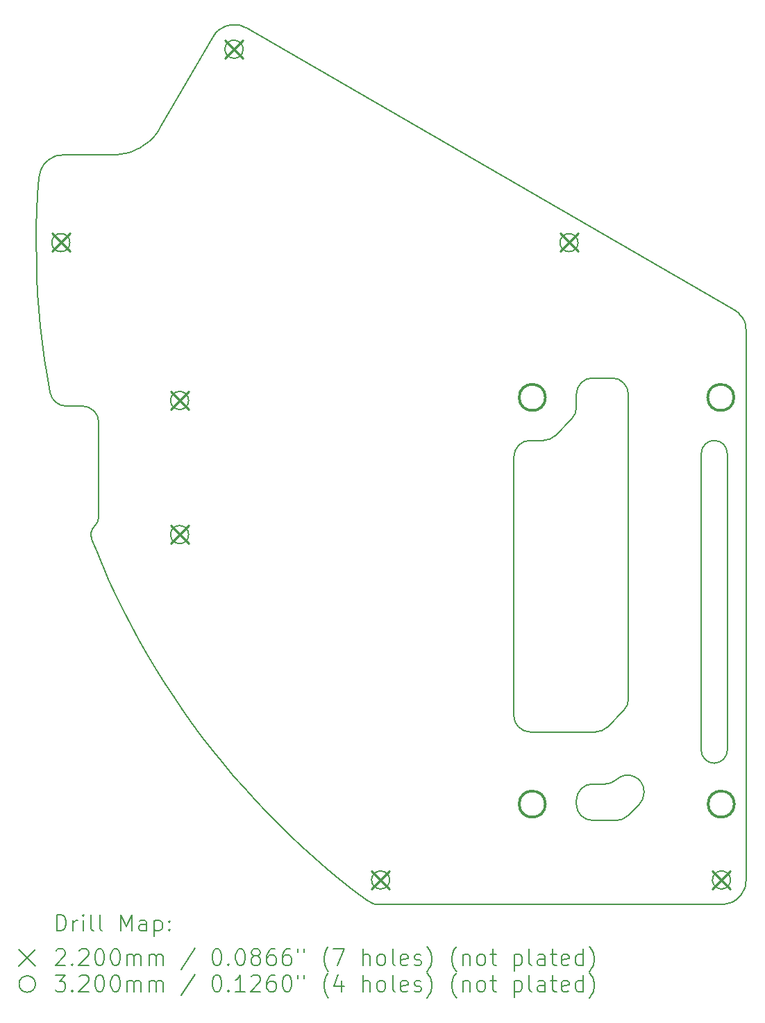
<source format=gbr>
%TF.GenerationSoftware,KiCad,Pcbnew,7.0.9*%
%TF.CreationDate,2024-01-11T17:42:49+09:00*%
%TF.ProjectId,MainBoard,4d61696e-426f-4617-9264-2e6b69636164,rev?*%
%TF.SameCoordinates,Original*%
%TF.FileFunction,Drillmap*%
%TF.FilePolarity,Positive*%
%FSLAX45Y45*%
G04 Gerber Fmt 4.5, Leading zero omitted, Abs format (unit mm)*
G04 Created by KiCad (PCBNEW 7.0.9) date 2024-01-11 17:42:49*
%MOMM*%
%LPD*%
G01*
G04 APERTURE LIST*
%ADD10C,0.200000*%
%ADD11C,0.220000*%
%ADD12C,0.320000*%
G04 APERTURE END LIST*
D10*
X18713862Y-13907911D02*
X18425204Y-13907911D01*
X19749199Y-13050711D02*
G75*
G03*
X19907904Y-13209411I158701J1D01*
G01*
X11657871Y-7478246D02*
X11672394Y-7679567D01*
X12529347Y-10984893D02*
X12614469Y-11167911D01*
X11683434Y-5999143D02*
X11674875Y-6032460D01*
X14448410Y-13809207D02*
X14590145Y-13952916D01*
X20263389Y-7797788D02*
X20245946Y-7767575D01*
X19907904Y-9272414D02*
G75*
G03*
X19749204Y-9431111I-4J-158696D01*
G01*
X20028889Y-14932480D02*
X20062056Y-14926845D01*
X14073944Y-4201635D02*
X14040308Y-4201006D01*
X12621334Y-5788436D02*
X12570891Y-5790324D01*
X20066699Y-9431111D02*
G75*
G03*
X19908004Y-9272411I-158699J1D01*
G01*
X12991354Y-11881694D02*
X13094483Y-12055204D01*
X11641027Y-7074928D02*
X11647414Y-7276672D01*
X20287778Y-14701126D02*
X20293413Y-14667960D01*
X12671495Y-5782783D02*
X12621334Y-5788436D01*
X13030007Y-5610132D02*
X12991746Y-5643059D01*
X20062056Y-14926845D02*
X20094383Y-14917532D01*
X15806719Y-14932660D02*
X15838704Y-14934370D01*
X18425204Y-8510411D02*
X18660204Y-8510411D01*
X13855842Y-4273400D02*
X13831612Y-4296739D01*
X17966283Y-9213832D02*
X18166626Y-9013489D01*
X20249317Y-14793979D02*
X20265590Y-14764535D01*
X18459862Y-12828411D02*
X17663204Y-12828411D01*
X18136543Y-6969409D02*
G75*
G03*
X18136543Y-6749411I238J109999D01*
G01*
X18801626Y-12569489D02*
X18601283Y-12769832D01*
X14201527Y-4240981D02*
X14171491Y-4225827D01*
X13784786Y-13049400D02*
X13911321Y-13206658D01*
X20094383Y-14917532D02*
X20125464Y-14904658D01*
X12048704Y-6859411D02*
G75*
G03*
X12048704Y-6859411I-110000J0D01*
G01*
X12908390Y-5699889D02*
X12863762Y-5723476D01*
X12863762Y-5723476D02*
X12817496Y-5743662D01*
X20287213Y-7863242D02*
X20277207Y-7829821D01*
X13810148Y-4322643D02*
X13791719Y-4350788D01*
X19050699Y-13555777D02*
G75*
G03*
X18714211Y-13409594I-199999J-3D01*
G01*
X11934900Y-5792300D02*
X11901009Y-5798189D01*
X13911347Y-4235559D02*
X13882532Y-4252921D01*
X13973881Y-4211018D02*
X13941925Y-4221533D01*
X12817496Y-5743662D02*
X12769851Y-5760334D01*
X14590145Y-13952916D02*
X14734753Y-14093735D01*
X13941925Y-4221533D02*
X13911347Y-4235559D01*
X20125464Y-14904658D02*
X20154909Y-14888385D01*
X11807987Y-8690995D02*
G75*
G03*
X12004265Y-8852611I196283J38385D01*
G01*
X11638714Y-6873097D02*
X11641027Y-7074928D01*
X11868016Y-5807920D02*
X11836353Y-5821364D01*
X13496504Y-10420491D02*
G75*
G03*
X13496504Y-10420491I-110000J0D01*
G01*
X17463199Y-12628411D02*
G75*
G03*
X17663204Y-12828411I200001J1D01*
G01*
X12400705Y-9052611D02*
X12400705Y-10203553D01*
X15838704Y-14934370D02*
X19995300Y-14934370D01*
X14171491Y-4225827D02*
X14139950Y-4214124D01*
X15775098Y-14927550D02*
X15806719Y-14932660D01*
X18801628Y-12569491D02*
G75*
G03*
X18860204Y-12428068I-141428J141421D01*
G01*
X15340703Y-14626983D02*
X15498762Y-14752516D01*
X20147964Y-8749171D02*
G75*
G03*
X20147964Y-8749171I-160000J0D01*
G01*
X18225199Y-13707911D02*
G75*
G03*
X18425204Y-13907911I200001J1D01*
G01*
X15840134Y-14524379D02*
G75*
G03*
X15836175Y-14744341I-2534J-109971D01*
G01*
X20201172Y-7714215D02*
X20174447Y-7691790D01*
X19050704Y-13555777D02*
X19050704Y-13571068D01*
X18860199Y-8710411D02*
G75*
G03*
X18660204Y-8510411I-199999J1D01*
G01*
X17849264Y-8749171D02*
G75*
G03*
X17849264Y-8749171I-160000J0D01*
G01*
X13831612Y-4296739D02*
X13810148Y-4322643D01*
X20277207Y-7829821D02*
X20263389Y-7797788D01*
X18136543Y-6749410D02*
G75*
G03*
X18136543Y-6969410I-243J-110000D01*
G01*
X12721093Y-5773399D02*
X12671495Y-5782783D01*
X11753393Y-5881975D02*
X11730961Y-5908054D01*
X13882532Y-4252921D02*
X13855842Y-4273400D01*
X13098627Y-5536179D02*
X13065701Y-5574439D01*
X14040308Y-4201006D02*
X14006814Y-4204147D01*
X11670186Y-6066537D02*
X11656214Y-6267898D01*
X11901009Y-5798189D02*
X11868016Y-5807920D01*
X11836353Y-5821364D02*
X11806438Y-5838343D01*
X13496504Y-8784731D02*
G75*
G03*
X13496504Y-8784731I-110000J0D01*
G01*
X13661451Y-12889620D02*
X13784786Y-13049400D01*
X20229849Y-14821416D02*
X20249317Y-14793979D01*
X20293413Y-14667960D02*
X20295300Y-14634370D01*
X11740295Y-8281199D02*
X11771008Y-8480694D01*
X15685983Y-14892588D02*
X15714384Y-14907399D01*
X11711662Y-5936528D02*
X11695750Y-5967025D01*
X19987813Y-14524625D02*
G75*
G03*
X20003071Y-14744096I7487J-109745D01*
G01*
X20295300Y-7932427D02*
X20293271Y-7897599D01*
X17663204Y-9272414D02*
G75*
G03*
X17463204Y-9472411I-4J-199996D01*
G01*
X19749204Y-13050711D02*
X19749204Y-9431111D01*
X14882173Y-14231607D02*
X15032345Y-14366475D01*
X12891749Y-11706138D02*
X12991354Y-11881694D01*
X12353386Y-10312898D02*
G75*
G03*
X12400705Y-10203553I-102686J109348D01*
G01*
X12353384Y-10312895D02*
G75*
G03*
X12316481Y-10477155I102686J-109345D01*
G01*
X17663204Y-9272411D02*
X17824862Y-9272411D01*
X14107298Y-4206026D02*
X14073944Y-4201635D01*
X12447936Y-10800195D02*
X12529347Y-10984893D01*
X14309604Y-13662666D02*
X14448410Y-13809207D01*
X15659323Y-14874833D02*
X15685983Y-14892588D01*
X20182346Y-14868918D02*
X20207431Y-14846501D01*
X19907904Y-9272411D02*
X19908004Y-9272411D01*
X11640475Y-6671260D02*
X11638714Y-6873097D01*
X11969242Y-5790324D02*
X11934900Y-5792300D01*
X17463204Y-12628411D02*
X17463204Y-9472411D01*
X11690978Y-7880554D02*
X11713614Y-8081126D01*
X19908004Y-13209414D02*
G75*
G03*
X20066704Y-13050711I-4J158704D01*
G01*
X18713862Y-13907912D02*
G75*
G03*
X18855283Y-13849332I-2J200002D01*
G01*
X11672394Y-7679567D02*
X11690978Y-7880554D01*
X13541365Y-12727383D02*
X13661451Y-12889620D01*
X11647414Y-7276672D02*
X11657871Y-7478246D01*
X13128602Y-5495565D02*
X13098627Y-5536179D01*
X20207431Y-14846501D02*
X20229849Y-14821416D01*
X14139950Y-4214124D02*
X14107298Y-4206026D01*
X12614469Y-11167911D02*
X12703268Y-11349174D01*
X11771008Y-8480694D02*
X11805741Y-8679528D01*
X13155458Y-5452824D02*
X13128602Y-5495565D01*
X15185209Y-14498285D02*
X15340703Y-14626983D01*
X19908004Y-13209411D02*
X19907904Y-13209411D01*
X13791719Y-4350788D02*
X13155458Y-5452824D01*
X14001431Y-4598719D02*
G75*
G03*
X14099540Y-4401820I50099J97929D01*
G01*
X18166628Y-9013491D02*
G75*
G03*
X18225204Y-8872068I-141428J141421D01*
G01*
X19995300Y-14934370D02*
X20028889Y-14932480D01*
X12400699Y-9052611D02*
G75*
G03*
X12200705Y-8852611I-199999J1D01*
G01*
X20225113Y-7739591D02*
X20201172Y-7714215D01*
X12316480Y-10477155D02*
X12370270Y-10613891D01*
X11695750Y-5967025D02*
X11683434Y-5999143D01*
X11674875Y-6032460D02*
X11670186Y-6066537D01*
X14041005Y-13361331D02*
X14173784Y-13513354D01*
X12991746Y-5643059D02*
X12951132Y-5673033D01*
X13911321Y-13206658D02*
X14041005Y-13361331D01*
X13311139Y-12395805D02*
X13424579Y-12562756D01*
X11730961Y-5908054D02*
X11711662Y-5936528D01*
X18577717Y-13463409D02*
G75*
G03*
X18714211Y-13409594I3J199999D01*
G01*
X18225204Y-13707911D02*
X18225204Y-13663411D01*
X11656214Y-6267898D02*
X11646309Y-6469499D01*
X15498762Y-14752516D02*
X15659323Y-14874833D01*
X14006814Y-4204147D02*
X13973881Y-4211018D01*
X12370270Y-10613891D02*
X12447936Y-10800195D01*
X20174447Y-7691790D02*
X20145300Y-7672619D01*
X13201092Y-12226598D02*
X13311139Y-12395805D01*
X11713614Y-8081126D02*
X11740295Y-8281199D01*
X18992126Y-13712489D02*
X18855283Y-13849332D01*
X18425204Y-8510414D02*
G75*
G03*
X18225204Y-8710411I-4J-199996D01*
G01*
X13424579Y-12562756D02*
X13541365Y-12727383D01*
X12703268Y-11349174D02*
X12795707Y-11528607D01*
X12004265Y-8852611D02*
X12200705Y-8852611D01*
X20153044Y-13709791D02*
G75*
G03*
X20153044Y-13709791I-160000J0D01*
G01*
X13065701Y-5574439D02*
X13030007Y-5610132D01*
X18459862Y-12828412D02*
G75*
G03*
X18601283Y-12769832I-2J200002D01*
G01*
X14173784Y-13513354D02*
X14309604Y-13662666D01*
X20245946Y-7767575D02*
X20225113Y-7739591D01*
X11778662Y-5858636D02*
X11753393Y-5881975D01*
X20066704Y-9431111D02*
X20066704Y-13050711D01*
X17824862Y-9272412D02*
G75*
G03*
X17966283Y-9213832I-2J200002D01*
G01*
X18992128Y-13712491D02*
G75*
G03*
X19050704Y-13571068I-141428J141421D01*
G01*
X18425204Y-13463411D02*
X18577717Y-13463411D01*
X15744203Y-14919097D02*
X15775098Y-14927550D01*
X20293271Y-7897599D02*
X20287213Y-7863242D01*
X20265590Y-14764535D02*
X20278465Y-14733454D01*
X14099539Y-4401822D02*
G75*
G03*
X14001431Y-4598719I-50099J-97928D01*
G01*
X13094483Y-12055204D02*
X13201092Y-12226598D01*
X18425204Y-13463414D02*
G75*
G03*
X18225204Y-13663411I-4J-199996D01*
G01*
X20003071Y-14744093D02*
G75*
G03*
X19987813Y-14524626I-7491J109744D01*
G01*
X12795707Y-11528607D02*
X12891749Y-11706138D01*
X20278465Y-14733454D02*
X20287778Y-14701126D01*
X15836175Y-14744340D02*
G75*
G03*
X15840134Y-14524380I2525J109971D01*
G01*
X12769851Y-5760334D02*
X12721093Y-5773399D01*
X14734753Y-14093735D02*
X14882173Y-14231607D01*
X20154909Y-14888385D02*
X20182346Y-14868918D01*
X12951132Y-5673033D02*
X12908390Y-5699889D01*
X12570891Y-5790324D02*
X11969242Y-5790324D01*
X20295300Y-14634370D02*
X20295300Y-7932427D01*
X15714384Y-14907399D02*
X15744203Y-14919097D01*
X20145300Y-7672619D02*
X14201527Y-4240981D01*
X18860204Y-8710411D02*
X18860204Y-12428068D01*
X11805741Y-8679528D02*
X11807983Y-8690996D01*
X15032345Y-14366475D02*
X15185209Y-14498285D01*
X11806438Y-5838343D02*
X11778662Y-5858636D01*
X18225204Y-8872068D02*
X18225204Y-8710411D01*
X11646309Y-6469499D02*
X11640475Y-6671260D01*
X17849264Y-13709791D02*
G75*
G03*
X17849264Y-13709791I-160000J0D01*
G01*
D11*
X11828000Y-6748000D02*
X12048000Y-6968000D01*
X12048000Y-6748000D02*
X11828000Y-6968000D01*
X13275800Y-8673320D02*
X13495800Y-8893320D01*
X13495800Y-8673320D02*
X13275800Y-8893320D01*
X13275800Y-10309080D02*
X13495800Y-10529080D01*
X13495800Y-10309080D02*
X13275800Y-10529080D01*
X13938740Y-4388340D02*
X14158740Y-4608340D01*
X14158740Y-4388340D02*
X13938740Y-4608340D01*
X15726900Y-14522940D02*
X15946900Y-14742940D01*
X15946900Y-14522940D02*
X15726900Y-14742940D01*
X18025600Y-6748000D02*
X18245600Y-6968000D01*
X18245600Y-6748000D02*
X18025600Y-6968000D01*
X19884880Y-14522940D02*
X20104880Y-14742940D01*
X20104880Y-14522940D02*
X19884880Y-14742940D01*
D12*
X17848560Y-8747760D02*
G75*
G03*
X17848560Y-8747760I-160000J0D01*
G01*
X17848560Y-13708380D02*
G75*
G03*
X17848560Y-13708380I-160000J0D01*
G01*
X20147260Y-8747760D02*
G75*
G03*
X20147260Y-8747760I-160000J0D01*
G01*
X20152340Y-13708380D02*
G75*
G03*
X20152340Y-13708380I-160000J0D01*
G01*
D10*
X11889491Y-15255854D02*
X11889491Y-15055854D01*
X11889491Y-15055854D02*
X11937110Y-15055854D01*
X11937110Y-15055854D02*
X11965681Y-15065378D01*
X11965681Y-15065378D02*
X11984729Y-15084426D01*
X11984729Y-15084426D02*
X11994252Y-15103473D01*
X11994252Y-15103473D02*
X12003776Y-15141568D01*
X12003776Y-15141568D02*
X12003776Y-15170140D01*
X12003776Y-15170140D02*
X11994252Y-15208235D01*
X11994252Y-15208235D02*
X11984729Y-15227283D01*
X11984729Y-15227283D02*
X11965681Y-15246330D01*
X11965681Y-15246330D02*
X11937110Y-15255854D01*
X11937110Y-15255854D02*
X11889491Y-15255854D01*
X12089491Y-15255854D02*
X12089491Y-15122521D01*
X12089491Y-15160616D02*
X12099014Y-15141568D01*
X12099014Y-15141568D02*
X12108538Y-15132045D01*
X12108538Y-15132045D02*
X12127586Y-15122521D01*
X12127586Y-15122521D02*
X12146633Y-15122521D01*
X12213300Y-15255854D02*
X12213300Y-15122521D01*
X12213300Y-15055854D02*
X12203776Y-15065378D01*
X12203776Y-15065378D02*
X12213300Y-15074902D01*
X12213300Y-15074902D02*
X12222824Y-15065378D01*
X12222824Y-15065378D02*
X12213300Y-15055854D01*
X12213300Y-15055854D02*
X12213300Y-15074902D01*
X12337110Y-15255854D02*
X12318062Y-15246330D01*
X12318062Y-15246330D02*
X12308538Y-15227283D01*
X12308538Y-15227283D02*
X12308538Y-15055854D01*
X12441871Y-15255854D02*
X12422824Y-15246330D01*
X12422824Y-15246330D02*
X12413300Y-15227283D01*
X12413300Y-15227283D02*
X12413300Y-15055854D01*
X12670443Y-15255854D02*
X12670443Y-15055854D01*
X12670443Y-15055854D02*
X12737110Y-15198711D01*
X12737110Y-15198711D02*
X12803776Y-15055854D01*
X12803776Y-15055854D02*
X12803776Y-15255854D01*
X12984729Y-15255854D02*
X12984729Y-15151092D01*
X12984729Y-15151092D02*
X12975205Y-15132045D01*
X12975205Y-15132045D02*
X12956157Y-15122521D01*
X12956157Y-15122521D02*
X12918062Y-15122521D01*
X12918062Y-15122521D02*
X12899014Y-15132045D01*
X12984729Y-15246330D02*
X12965681Y-15255854D01*
X12965681Y-15255854D02*
X12918062Y-15255854D01*
X12918062Y-15255854D02*
X12899014Y-15246330D01*
X12899014Y-15246330D02*
X12889491Y-15227283D01*
X12889491Y-15227283D02*
X12889491Y-15208235D01*
X12889491Y-15208235D02*
X12899014Y-15189188D01*
X12899014Y-15189188D02*
X12918062Y-15179664D01*
X12918062Y-15179664D02*
X12965681Y-15179664D01*
X12965681Y-15179664D02*
X12984729Y-15170140D01*
X13079967Y-15122521D02*
X13079967Y-15322521D01*
X13079967Y-15132045D02*
X13099014Y-15122521D01*
X13099014Y-15122521D02*
X13137110Y-15122521D01*
X13137110Y-15122521D02*
X13156157Y-15132045D01*
X13156157Y-15132045D02*
X13165681Y-15141568D01*
X13165681Y-15141568D02*
X13175205Y-15160616D01*
X13175205Y-15160616D02*
X13175205Y-15217759D01*
X13175205Y-15217759D02*
X13165681Y-15236807D01*
X13165681Y-15236807D02*
X13156157Y-15246330D01*
X13156157Y-15246330D02*
X13137110Y-15255854D01*
X13137110Y-15255854D02*
X13099014Y-15255854D01*
X13099014Y-15255854D02*
X13079967Y-15246330D01*
X13260919Y-15236807D02*
X13270443Y-15246330D01*
X13270443Y-15246330D02*
X13260919Y-15255854D01*
X13260919Y-15255854D02*
X13251395Y-15246330D01*
X13251395Y-15246330D02*
X13260919Y-15236807D01*
X13260919Y-15236807D02*
X13260919Y-15255854D01*
X13260919Y-15132045D02*
X13270443Y-15141568D01*
X13270443Y-15141568D02*
X13260919Y-15151092D01*
X13260919Y-15151092D02*
X13251395Y-15141568D01*
X13251395Y-15141568D02*
X13260919Y-15132045D01*
X13260919Y-15132045D02*
X13260919Y-15151092D01*
X11428714Y-15484370D02*
X11628714Y-15684370D01*
X11628714Y-15484370D02*
X11428714Y-15684370D01*
X11879967Y-15494902D02*
X11889491Y-15485378D01*
X11889491Y-15485378D02*
X11908538Y-15475854D01*
X11908538Y-15475854D02*
X11956157Y-15475854D01*
X11956157Y-15475854D02*
X11975205Y-15485378D01*
X11975205Y-15485378D02*
X11984729Y-15494902D01*
X11984729Y-15494902D02*
X11994252Y-15513949D01*
X11994252Y-15513949D02*
X11994252Y-15532997D01*
X11994252Y-15532997D02*
X11984729Y-15561568D01*
X11984729Y-15561568D02*
X11870443Y-15675854D01*
X11870443Y-15675854D02*
X11994252Y-15675854D01*
X12079967Y-15656807D02*
X12089491Y-15666330D01*
X12089491Y-15666330D02*
X12079967Y-15675854D01*
X12079967Y-15675854D02*
X12070443Y-15666330D01*
X12070443Y-15666330D02*
X12079967Y-15656807D01*
X12079967Y-15656807D02*
X12079967Y-15675854D01*
X12165681Y-15494902D02*
X12175205Y-15485378D01*
X12175205Y-15485378D02*
X12194252Y-15475854D01*
X12194252Y-15475854D02*
X12241872Y-15475854D01*
X12241872Y-15475854D02*
X12260919Y-15485378D01*
X12260919Y-15485378D02*
X12270443Y-15494902D01*
X12270443Y-15494902D02*
X12279967Y-15513949D01*
X12279967Y-15513949D02*
X12279967Y-15532997D01*
X12279967Y-15532997D02*
X12270443Y-15561568D01*
X12270443Y-15561568D02*
X12156157Y-15675854D01*
X12156157Y-15675854D02*
X12279967Y-15675854D01*
X12403776Y-15475854D02*
X12422824Y-15475854D01*
X12422824Y-15475854D02*
X12441872Y-15485378D01*
X12441872Y-15485378D02*
X12451395Y-15494902D01*
X12451395Y-15494902D02*
X12460919Y-15513949D01*
X12460919Y-15513949D02*
X12470443Y-15552045D01*
X12470443Y-15552045D02*
X12470443Y-15599664D01*
X12470443Y-15599664D02*
X12460919Y-15637759D01*
X12460919Y-15637759D02*
X12451395Y-15656807D01*
X12451395Y-15656807D02*
X12441872Y-15666330D01*
X12441872Y-15666330D02*
X12422824Y-15675854D01*
X12422824Y-15675854D02*
X12403776Y-15675854D01*
X12403776Y-15675854D02*
X12384729Y-15666330D01*
X12384729Y-15666330D02*
X12375205Y-15656807D01*
X12375205Y-15656807D02*
X12365681Y-15637759D01*
X12365681Y-15637759D02*
X12356157Y-15599664D01*
X12356157Y-15599664D02*
X12356157Y-15552045D01*
X12356157Y-15552045D02*
X12365681Y-15513949D01*
X12365681Y-15513949D02*
X12375205Y-15494902D01*
X12375205Y-15494902D02*
X12384729Y-15485378D01*
X12384729Y-15485378D02*
X12403776Y-15475854D01*
X12594252Y-15475854D02*
X12613300Y-15475854D01*
X12613300Y-15475854D02*
X12632348Y-15485378D01*
X12632348Y-15485378D02*
X12641872Y-15494902D01*
X12641872Y-15494902D02*
X12651395Y-15513949D01*
X12651395Y-15513949D02*
X12660919Y-15552045D01*
X12660919Y-15552045D02*
X12660919Y-15599664D01*
X12660919Y-15599664D02*
X12651395Y-15637759D01*
X12651395Y-15637759D02*
X12641872Y-15656807D01*
X12641872Y-15656807D02*
X12632348Y-15666330D01*
X12632348Y-15666330D02*
X12613300Y-15675854D01*
X12613300Y-15675854D02*
X12594252Y-15675854D01*
X12594252Y-15675854D02*
X12575205Y-15666330D01*
X12575205Y-15666330D02*
X12565681Y-15656807D01*
X12565681Y-15656807D02*
X12556157Y-15637759D01*
X12556157Y-15637759D02*
X12546633Y-15599664D01*
X12546633Y-15599664D02*
X12546633Y-15552045D01*
X12546633Y-15552045D02*
X12556157Y-15513949D01*
X12556157Y-15513949D02*
X12565681Y-15494902D01*
X12565681Y-15494902D02*
X12575205Y-15485378D01*
X12575205Y-15485378D02*
X12594252Y-15475854D01*
X12746633Y-15675854D02*
X12746633Y-15542521D01*
X12746633Y-15561568D02*
X12756157Y-15552045D01*
X12756157Y-15552045D02*
X12775205Y-15542521D01*
X12775205Y-15542521D02*
X12803776Y-15542521D01*
X12803776Y-15542521D02*
X12822824Y-15552045D01*
X12822824Y-15552045D02*
X12832348Y-15571092D01*
X12832348Y-15571092D02*
X12832348Y-15675854D01*
X12832348Y-15571092D02*
X12841872Y-15552045D01*
X12841872Y-15552045D02*
X12860919Y-15542521D01*
X12860919Y-15542521D02*
X12889491Y-15542521D01*
X12889491Y-15542521D02*
X12908538Y-15552045D01*
X12908538Y-15552045D02*
X12918062Y-15571092D01*
X12918062Y-15571092D02*
X12918062Y-15675854D01*
X13013300Y-15675854D02*
X13013300Y-15542521D01*
X13013300Y-15561568D02*
X13022824Y-15552045D01*
X13022824Y-15552045D02*
X13041872Y-15542521D01*
X13041872Y-15542521D02*
X13070443Y-15542521D01*
X13070443Y-15542521D02*
X13089491Y-15552045D01*
X13089491Y-15552045D02*
X13099014Y-15571092D01*
X13099014Y-15571092D02*
X13099014Y-15675854D01*
X13099014Y-15571092D02*
X13108538Y-15552045D01*
X13108538Y-15552045D02*
X13127586Y-15542521D01*
X13127586Y-15542521D02*
X13156157Y-15542521D01*
X13156157Y-15542521D02*
X13175205Y-15552045D01*
X13175205Y-15552045D02*
X13184729Y-15571092D01*
X13184729Y-15571092D02*
X13184729Y-15675854D01*
X13575205Y-15466330D02*
X13403776Y-15723473D01*
X13832348Y-15475854D02*
X13851396Y-15475854D01*
X13851396Y-15475854D02*
X13870443Y-15485378D01*
X13870443Y-15485378D02*
X13879967Y-15494902D01*
X13879967Y-15494902D02*
X13889491Y-15513949D01*
X13889491Y-15513949D02*
X13899015Y-15552045D01*
X13899015Y-15552045D02*
X13899015Y-15599664D01*
X13899015Y-15599664D02*
X13889491Y-15637759D01*
X13889491Y-15637759D02*
X13879967Y-15656807D01*
X13879967Y-15656807D02*
X13870443Y-15666330D01*
X13870443Y-15666330D02*
X13851396Y-15675854D01*
X13851396Y-15675854D02*
X13832348Y-15675854D01*
X13832348Y-15675854D02*
X13813300Y-15666330D01*
X13813300Y-15666330D02*
X13803776Y-15656807D01*
X13803776Y-15656807D02*
X13794253Y-15637759D01*
X13794253Y-15637759D02*
X13784729Y-15599664D01*
X13784729Y-15599664D02*
X13784729Y-15552045D01*
X13784729Y-15552045D02*
X13794253Y-15513949D01*
X13794253Y-15513949D02*
X13803776Y-15494902D01*
X13803776Y-15494902D02*
X13813300Y-15485378D01*
X13813300Y-15485378D02*
X13832348Y-15475854D01*
X13984729Y-15656807D02*
X13994253Y-15666330D01*
X13994253Y-15666330D02*
X13984729Y-15675854D01*
X13984729Y-15675854D02*
X13975205Y-15666330D01*
X13975205Y-15666330D02*
X13984729Y-15656807D01*
X13984729Y-15656807D02*
X13984729Y-15675854D01*
X14118062Y-15475854D02*
X14137110Y-15475854D01*
X14137110Y-15475854D02*
X14156157Y-15485378D01*
X14156157Y-15485378D02*
X14165681Y-15494902D01*
X14165681Y-15494902D02*
X14175205Y-15513949D01*
X14175205Y-15513949D02*
X14184729Y-15552045D01*
X14184729Y-15552045D02*
X14184729Y-15599664D01*
X14184729Y-15599664D02*
X14175205Y-15637759D01*
X14175205Y-15637759D02*
X14165681Y-15656807D01*
X14165681Y-15656807D02*
X14156157Y-15666330D01*
X14156157Y-15666330D02*
X14137110Y-15675854D01*
X14137110Y-15675854D02*
X14118062Y-15675854D01*
X14118062Y-15675854D02*
X14099015Y-15666330D01*
X14099015Y-15666330D02*
X14089491Y-15656807D01*
X14089491Y-15656807D02*
X14079967Y-15637759D01*
X14079967Y-15637759D02*
X14070443Y-15599664D01*
X14070443Y-15599664D02*
X14070443Y-15552045D01*
X14070443Y-15552045D02*
X14079967Y-15513949D01*
X14079967Y-15513949D02*
X14089491Y-15494902D01*
X14089491Y-15494902D02*
X14099015Y-15485378D01*
X14099015Y-15485378D02*
X14118062Y-15475854D01*
X14299015Y-15561568D02*
X14279967Y-15552045D01*
X14279967Y-15552045D02*
X14270443Y-15542521D01*
X14270443Y-15542521D02*
X14260919Y-15523473D01*
X14260919Y-15523473D02*
X14260919Y-15513949D01*
X14260919Y-15513949D02*
X14270443Y-15494902D01*
X14270443Y-15494902D02*
X14279967Y-15485378D01*
X14279967Y-15485378D02*
X14299015Y-15475854D01*
X14299015Y-15475854D02*
X14337110Y-15475854D01*
X14337110Y-15475854D02*
X14356157Y-15485378D01*
X14356157Y-15485378D02*
X14365681Y-15494902D01*
X14365681Y-15494902D02*
X14375205Y-15513949D01*
X14375205Y-15513949D02*
X14375205Y-15523473D01*
X14375205Y-15523473D02*
X14365681Y-15542521D01*
X14365681Y-15542521D02*
X14356157Y-15552045D01*
X14356157Y-15552045D02*
X14337110Y-15561568D01*
X14337110Y-15561568D02*
X14299015Y-15561568D01*
X14299015Y-15561568D02*
X14279967Y-15571092D01*
X14279967Y-15571092D02*
X14270443Y-15580616D01*
X14270443Y-15580616D02*
X14260919Y-15599664D01*
X14260919Y-15599664D02*
X14260919Y-15637759D01*
X14260919Y-15637759D02*
X14270443Y-15656807D01*
X14270443Y-15656807D02*
X14279967Y-15666330D01*
X14279967Y-15666330D02*
X14299015Y-15675854D01*
X14299015Y-15675854D02*
X14337110Y-15675854D01*
X14337110Y-15675854D02*
X14356157Y-15666330D01*
X14356157Y-15666330D02*
X14365681Y-15656807D01*
X14365681Y-15656807D02*
X14375205Y-15637759D01*
X14375205Y-15637759D02*
X14375205Y-15599664D01*
X14375205Y-15599664D02*
X14365681Y-15580616D01*
X14365681Y-15580616D02*
X14356157Y-15571092D01*
X14356157Y-15571092D02*
X14337110Y-15561568D01*
X14546634Y-15475854D02*
X14508538Y-15475854D01*
X14508538Y-15475854D02*
X14489491Y-15485378D01*
X14489491Y-15485378D02*
X14479967Y-15494902D01*
X14479967Y-15494902D02*
X14460919Y-15523473D01*
X14460919Y-15523473D02*
X14451396Y-15561568D01*
X14451396Y-15561568D02*
X14451396Y-15637759D01*
X14451396Y-15637759D02*
X14460919Y-15656807D01*
X14460919Y-15656807D02*
X14470443Y-15666330D01*
X14470443Y-15666330D02*
X14489491Y-15675854D01*
X14489491Y-15675854D02*
X14527586Y-15675854D01*
X14527586Y-15675854D02*
X14546634Y-15666330D01*
X14546634Y-15666330D02*
X14556157Y-15656807D01*
X14556157Y-15656807D02*
X14565681Y-15637759D01*
X14565681Y-15637759D02*
X14565681Y-15590140D01*
X14565681Y-15590140D02*
X14556157Y-15571092D01*
X14556157Y-15571092D02*
X14546634Y-15561568D01*
X14546634Y-15561568D02*
X14527586Y-15552045D01*
X14527586Y-15552045D02*
X14489491Y-15552045D01*
X14489491Y-15552045D02*
X14470443Y-15561568D01*
X14470443Y-15561568D02*
X14460919Y-15571092D01*
X14460919Y-15571092D02*
X14451396Y-15590140D01*
X14737110Y-15475854D02*
X14699015Y-15475854D01*
X14699015Y-15475854D02*
X14679967Y-15485378D01*
X14679967Y-15485378D02*
X14670443Y-15494902D01*
X14670443Y-15494902D02*
X14651396Y-15523473D01*
X14651396Y-15523473D02*
X14641872Y-15561568D01*
X14641872Y-15561568D02*
X14641872Y-15637759D01*
X14641872Y-15637759D02*
X14651396Y-15656807D01*
X14651396Y-15656807D02*
X14660919Y-15666330D01*
X14660919Y-15666330D02*
X14679967Y-15675854D01*
X14679967Y-15675854D02*
X14718062Y-15675854D01*
X14718062Y-15675854D02*
X14737110Y-15666330D01*
X14737110Y-15666330D02*
X14746634Y-15656807D01*
X14746634Y-15656807D02*
X14756157Y-15637759D01*
X14756157Y-15637759D02*
X14756157Y-15590140D01*
X14756157Y-15590140D02*
X14746634Y-15571092D01*
X14746634Y-15571092D02*
X14737110Y-15561568D01*
X14737110Y-15561568D02*
X14718062Y-15552045D01*
X14718062Y-15552045D02*
X14679967Y-15552045D01*
X14679967Y-15552045D02*
X14660919Y-15561568D01*
X14660919Y-15561568D02*
X14651396Y-15571092D01*
X14651396Y-15571092D02*
X14641872Y-15590140D01*
X14832348Y-15475854D02*
X14832348Y-15513949D01*
X14908538Y-15475854D02*
X14908538Y-15513949D01*
X15203777Y-15752045D02*
X15194253Y-15742521D01*
X15194253Y-15742521D02*
X15175205Y-15713949D01*
X15175205Y-15713949D02*
X15165681Y-15694902D01*
X15165681Y-15694902D02*
X15156158Y-15666330D01*
X15156158Y-15666330D02*
X15146634Y-15618711D01*
X15146634Y-15618711D02*
X15146634Y-15580616D01*
X15146634Y-15580616D02*
X15156158Y-15532997D01*
X15156158Y-15532997D02*
X15165681Y-15504426D01*
X15165681Y-15504426D02*
X15175205Y-15485378D01*
X15175205Y-15485378D02*
X15194253Y-15456807D01*
X15194253Y-15456807D02*
X15203777Y-15447283D01*
X15260919Y-15475854D02*
X15394253Y-15475854D01*
X15394253Y-15475854D02*
X15308538Y-15675854D01*
X15622824Y-15675854D02*
X15622824Y-15475854D01*
X15708539Y-15675854D02*
X15708539Y-15571092D01*
X15708539Y-15571092D02*
X15699015Y-15552045D01*
X15699015Y-15552045D02*
X15679967Y-15542521D01*
X15679967Y-15542521D02*
X15651396Y-15542521D01*
X15651396Y-15542521D02*
X15632348Y-15552045D01*
X15632348Y-15552045D02*
X15622824Y-15561568D01*
X15832348Y-15675854D02*
X15813300Y-15666330D01*
X15813300Y-15666330D02*
X15803777Y-15656807D01*
X15803777Y-15656807D02*
X15794253Y-15637759D01*
X15794253Y-15637759D02*
X15794253Y-15580616D01*
X15794253Y-15580616D02*
X15803777Y-15561568D01*
X15803777Y-15561568D02*
X15813300Y-15552045D01*
X15813300Y-15552045D02*
X15832348Y-15542521D01*
X15832348Y-15542521D02*
X15860920Y-15542521D01*
X15860920Y-15542521D02*
X15879967Y-15552045D01*
X15879967Y-15552045D02*
X15889491Y-15561568D01*
X15889491Y-15561568D02*
X15899015Y-15580616D01*
X15899015Y-15580616D02*
X15899015Y-15637759D01*
X15899015Y-15637759D02*
X15889491Y-15656807D01*
X15889491Y-15656807D02*
X15879967Y-15666330D01*
X15879967Y-15666330D02*
X15860920Y-15675854D01*
X15860920Y-15675854D02*
X15832348Y-15675854D01*
X16013300Y-15675854D02*
X15994253Y-15666330D01*
X15994253Y-15666330D02*
X15984729Y-15647283D01*
X15984729Y-15647283D02*
X15984729Y-15475854D01*
X16165681Y-15666330D02*
X16146634Y-15675854D01*
X16146634Y-15675854D02*
X16108539Y-15675854D01*
X16108539Y-15675854D02*
X16089491Y-15666330D01*
X16089491Y-15666330D02*
X16079967Y-15647283D01*
X16079967Y-15647283D02*
X16079967Y-15571092D01*
X16079967Y-15571092D02*
X16089491Y-15552045D01*
X16089491Y-15552045D02*
X16108539Y-15542521D01*
X16108539Y-15542521D02*
X16146634Y-15542521D01*
X16146634Y-15542521D02*
X16165681Y-15552045D01*
X16165681Y-15552045D02*
X16175205Y-15571092D01*
X16175205Y-15571092D02*
X16175205Y-15590140D01*
X16175205Y-15590140D02*
X16079967Y-15609188D01*
X16251396Y-15666330D02*
X16270443Y-15675854D01*
X16270443Y-15675854D02*
X16308539Y-15675854D01*
X16308539Y-15675854D02*
X16327586Y-15666330D01*
X16327586Y-15666330D02*
X16337110Y-15647283D01*
X16337110Y-15647283D02*
X16337110Y-15637759D01*
X16337110Y-15637759D02*
X16327586Y-15618711D01*
X16327586Y-15618711D02*
X16308539Y-15609188D01*
X16308539Y-15609188D02*
X16279967Y-15609188D01*
X16279967Y-15609188D02*
X16260920Y-15599664D01*
X16260920Y-15599664D02*
X16251396Y-15580616D01*
X16251396Y-15580616D02*
X16251396Y-15571092D01*
X16251396Y-15571092D02*
X16260920Y-15552045D01*
X16260920Y-15552045D02*
X16279967Y-15542521D01*
X16279967Y-15542521D02*
X16308539Y-15542521D01*
X16308539Y-15542521D02*
X16327586Y-15552045D01*
X16403777Y-15752045D02*
X16413301Y-15742521D01*
X16413301Y-15742521D02*
X16432348Y-15713949D01*
X16432348Y-15713949D02*
X16441872Y-15694902D01*
X16441872Y-15694902D02*
X16451396Y-15666330D01*
X16451396Y-15666330D02*
X16460920Y-15618711D01*
X16460920Y-15618711D02*
X16460920Y-15580616D01*
X16460920Y-15580616D02*
X16451396Y-15532997D01*
X16451396Y-15532997D02*
X16441872Y-15504426D01*
X16441872Y-15504426D02*
X16432348Y-15485378D01*
X16432348Y-15485378D02*
X16413301Y-15456807D01*
X16413301Y-15456807D02*
X16403777Y-15447283D01*
X16765682Y-15752045D02*
X16756158Y-15742521D01*
X16756158Y-15742521D02*
X16737110Y-15713949D01*
X16737110Y-15713949D02*
X16727586Y-15694902D01*
X16727586Y-15694902D02*
X16718062Y-15666330D01*
X16718062Y-15666330D02*
X16708539Y-15618711D01*
X16708539Y-15618711D02*
X16708539Y-15580616D01*
X16708539Y-15580616D02*
X16718062Y-15532997D01*
X16718062Y-15532997D02*
X16727586Y-15504426D01*
X16727586Y-15504426D02*
X16737110Y-15485378D01*
X16737110Y-15485378D02*
X16756158Y-15456807D01*
X16756158Y-15456807D02*
X16765682Y-15447283D01*
X16841872Y-15542521D02*
X16841872Y-15675854D01*
X16841872Y-15561568D02*
X16851396Y-15552045D01*
X16851396Y-15552045D02*
X16870443Y-15542521D01*
X16870443Y-15542521D02*
X16899015Y-15542521D01*
X16899015Y-15542521D02*
X16918063Y-15552045D01*
X16918063Y-15552045D02*
X16927586Y-15571092D01*
X16927586Y-15571092D02*
X16927586Y-15675854D01*
X17051396Y-15675854D02*
X17032348Y-15666330D01*
X17032348Y-15666330D02*
X17022824Y-15656807D01*
X17022824Y-15656807D02*
X17013301Y-15637759D01*
X17013301Y-15637759D02*
X17013301Y-15580616D01*
X17013301Y-15580616D02*
X17022824Y-15561568D01*
X17022824Y-15561568D02*
X17032348Y-15552045D01*
X17032348Y-15552045D02*
X17051396Y-15542521D01*
X17051396Y-15542521D02*
X17079967Y-15542521D01*
X17079967Y-15542521D02*
X17099015Y-15552045D01*
X17099015Y-15552045D02*
X17108539Y-15561568D01*
X17108539Y-15561568D02*
X17118063Y-15580616D01*
X17118063Y-15580616D02*
X17118063Y-15637759D01*
X17118063Y-15637759D02*
X17108539Y-15656807D01*
X17108539Y-15656807D02*
X17099015Y-15666330D01*
X17099015Y-15666330D02*
X17079967Y-15675854D01*
X17079967Y-15675854D02*
X17051396Y-15675854D01*
X17175205Y-15542521D02*
X17251396Y-15542521D01*
X17203777Y-15475854D02*
X17203777Y-15647283D01*
X17203777Y-15647283D02*
X17213301Y-15666330D01*
X17213301Y-15666330D02*
X17232348Y-15675854D01*
X17232348Y-15675854D02*
X17251396Y-15675854D01*
X17470444Y-15542521D02*
X17470444Y-15742521D01*
X17470444Y-15552045D02*
X17489491Y-15542521D01*
X17489491Y-15542521D02*
X17527586Y-15542521D01*
X17527586Y-15542521D02*
X17546634Y-15552045D01*
X17546634Y-15552045D02*
X17556158Y-15561568D01*
X17556158Y-15561568D02*
X17565682Y-15580616D01*
X17565682Y-15580616D02*
X17565682Y-15637759D01*
X17565682Y-15637759D02*
X17556158Y-15656807D01*
X17556158Y-15656807D02*
X17546634Y-15666330D01*
X17546634Y-15666330D02*
X17527586Y-15675854D01*
X17527586Y-15675854D02*
X17489491Y-15675854D01*
X17489491Y-15675854D02*
X17470444Y-15666330D01*
X17679967Y-15675854D02*
X17660920Y-15666330D01*
X17660920Y-15666330D02*
X17651396Y-15647283D01*
X17651396Y-15647283D02*
X17651396Y-15475854D01*
X17841872Y-15675854D02*
X17841872Y-15571092D01*
X17841872Y-15571092D02*
X17832348Y-15552045D01*
X17832348Y-15552045D02*
X17813301Y-15542521D01*
X17813301Y-15542521D02*
X17775205Y-15542521D01*
X17775205Y-15542521D02*
X17756158Y-15552045D01*
X17841872Y-15666330D02*
X17822825Y-15675854D01*
X17822825Y-15675854D02*
X17775205Y-15675854D01*
X17775205Y-15675854D02*
X17756158Y-15666330D01*
X17756158Y-15666330D02*
X17746634Y-15647283D01*
X17746634Y-15647283D02*
X17746634Y-15628235D01*
X17746634Y-15628235D02*
X17756158Y-15609188D01*
X17756158Y-15609188D02*
X17775205Y-15599664D01*
X17775205Y-15599664D02*
X17822825Y-15599664D01*
X17822825Y-15599664D02*
X17841872Y-15590140D01*
X17908539Y-15542521D02*
X17984729Y-15542521D01*
X17937110Y-15475854D02*
X17937110Y-15647283D01*
X17937110Y-15647283D02*
X17946634Y-15666330D01*
X17946634Y-15666330D02*
X17965682Y-15675854D01*
X17965682Y-15675854D02*
X17984729Y-15675854D01*
X18127586Y-15666330D02*
X18108539Y-15675854D01*
X18108539Y-15675854D02*
X18070444Y-15675854D01*
X18070444Y-15675854D02*
X18051396Y-15666330D01*
X18051396Y-15666330D02*
X18041872Y-15647283D01*
X18041872Y-15647283D02*
X18041872Y-15571092D01*
X18041872Y-15571092D02*
X18051396Y-15552045D01*
X18051396Y-15552045D02*
X18070444Y-15542521D01*
X18070444Y-15542521D02*
X18108539Y-15542521D01*
X18108539Y-15542521D02*
X18127586Y-15552045D01*
X18127586Y-15552045D02*
X18137110Y-15571092D01*
X18137110Y-15571092D02*
X18137110Y-15590140D01*
X18137110Y-15590140D02*
X18041872Y-15609188D01*
X18308539Y-15675854D02*
X18308539Y-15475854D01*
X18308539Y-15666330D02*
X18289491Y-15675854D01*
X18289491Y-15675854D02*
X18251396Y-15675854D01*
X18251396Y-15675854D02*
X18232348Y-15666330D01*
X18232348Y-15666330D02*
X18222825Y-15656807D01*
X18222825Y-15656807D02*
X18213301Y-15637759D01*
X18213301Y-15637759D02*
X18213301Y-15580616D01*
X18213301Y-15580616D02*
X18222825Y-15561568D01*
X18222825Y-15561568D02*
X18232348Y-15552045D01*
X18232348Y-15552045D02*
X18251396Y-15542521D01*
X18251396Y-15542521D02*
X18289491Y-15542521D01*
X18289491Y-15542521D02*
X18308539Y-15552045D01*
X18384729Y-15752045D02*
X18394253Y-15742521D01*
X18394253Y-15742521D02*
X18413301Y-15713949D01*
X18413301Y-15713949D02*
X18422825Y-15694902D01*
X18422825Y-15694902D02*
X18432348Y-15666330D01*
X18432348Y-15666330D02*
X18441872Y-15618711D01*
X18441872Y-15618711D02*
X18441872Y-15580616D01*
X18441872Y-15580616D02*
X18432348Y-15532997D01*
X18432348Y-15532997D02*
X18422825Y-15504426D01*
X18422825Y-15504426D02*
X18413301Y-15485378D01*
X18413301Y-15485378D02*
X18394253Y-15456807D01*
X18394253Y-15456807D02*
X18384729Y-15447283D01*
X11628714Y-15904370D02*
G75*
G03*
X11628714Y-15904370I-100000J0D01*
G01*
X11870443Y-15795854D02*
X11994252Y-15795854D01*
X11994252Y-15795854D02*
X11927586Y-15872045D01*
X11927586Y-15872045D02*
X11956157Y-15872045D01*
X11956157Y-15872045D02*
X11975205Y-15881568D01*
X11975205Y-15881568D02*
X11984729Y-15891092D01*
X11984729Y-15891092D02*
X11994252Y-15910140D01*
X11994252Y-15910140D02*
X11994252Y-15957759D01*
X11994252Y-15957759D02*
X11984729Y-15976807D01*
X11984729Y-15976807D02*
X11975205Y-15986330D01*
X11975205Y-15986330D02*
X11956157Y-15995854D01*
X11956157Y-15995854D02*
X11899014Y-15995854D01*
X11899014Y-15995854D02*
X11879967Y-15986330D01*
X11879967Y-15986330D02*
X11870443Y-15976807D01*
X12079967Y-15976807D02*
X12089491Y-15986330D01*
X12089491Y-15986330D02*
X12079967Y-15995854D01*
X12079967Y-15995854D02*
X12070443Y-15986330D01*
X12070443Y-15986330D02*
X12079967Y-15976807D01*
X12079967Y-15976807D02*
X12079967Y-15995854D01*
X12165681Y-15814902D02*
X12175205Y-15805378D01*
X12175205Y-15805378D02*
X12194252Y-15795854D01*
X12194252Y-15795854D02*
X12241872Y-15795854D01*
X12241872Y-15795854D02*
X12260919Y-15805378D01*
X12260919Y-15805378D02*
X12270443Y-15814902D01*
X12270443Y-15814902D02*
X12279967Y-15833949D01*
X12279967Y-15833949D02*
X12279967Y-15852997D01*
X12279967Y-15852997D02*
X12270443Y-15881568D01*
X12270443Y-15881568D02*
X12156157Y-15995854D01*
X12156157Y-15995854D02*
X12279967Y-15995854D01*
X12403776Y-15795854D02*
X12422824Y-15795854D01*
X12422824Y-15795854D02*
X12441872Y-15805378D01*
X12441872Y-15805378D02*
X12451395Y-15814902D01*
X12451395Y-15814902D02*
X12460919Y-15833949D01*
X12460919Y-15833949D02*
X12470443Y-15872045D01*
X12470443Y-15872045D02*
X12470443Y-15919664D01*
X12470443Y-15919664D02*
X12460919Y-15957759D01*
X12460919Y-15957759D02*
X12451395Y-15976807D01*
X12451395Y-15976807D02*
X12441872Y-15986330D01*
X12441872Y-15986330D02*
X12422824Y-15995854D01*
X12422824Y-15995854D02*
X12403776Y-15995854D01*
X12403776Y-15995854D02*
X12384729Y-15986330D01*
X12384729Y-15986330D02*
X12375205Y-15976807D01*
X12375205Y-15976807D02*
X12365681Y-15957759D01*
X12365681Y-15957759D02*
X12356157Y-15919664D01*
X12356157Y-15919664D02*
X12356157Y-15872045D01*
X12356157Y-15872045D02*
X12365681Y-15833949D01*
X12365681Y-15833949D02*
X12375205Y-15814902D01*
X12375205Y-15814902D02*
X12384729Y-15805378D01*
X12384729Y-15805378D02*
X12403776Y-15795854D01*
X12594252Y-15795854D02*
X12613300Y-15795854D01*
X12613300Y-15795854D02*
X12632348Y-15805378D01*
X12632348Y-15805378D02*
X12641872Y-15814902D01*
X12641872Y-15814902D02*
X12651395Y-15833949D01*
X12651395Y-15833949D02*
X12660919Y-15872045D01*
X12660919Y-15872045D02*
X12660919Y-15919664D01*
X12660919Y-15919664D02*
X12651395Y-15957759D01*
X12651395Y-15957759D02*
X12641872Y-15976807D01*
X12641872Y-15976807D02*
X12632348Y-15986330D01*
X12632348Y-15986330D02*
X12613300Y-15995854D01*
X12613300Y-15995854D02*
X12594252Y-15995854D01*
X12594252Y-15995854D02*
X12575205Y-15986330D01*
X12575205Y-15986330D02*
X12565681Y-15976807D01*
X12565681Y-15976807D02*
X12556157Y-15957759D01*
X12556157Y-15957759D02*
X12546633Y-15919664D01*
X12546633Y-15919664D02*
X12546633Y-15872045D01*
X12546633Y-15872045D02*
X12556157Y-15833949D01*
X12556157Y-15833949D02*
X12565681Y-15814902D01*
X12565681Y-15814902D02*
X12575205Y-15805378D01*
X12575205Y-15805378D02*
X12594252Y-15795854D01*
X12746633Y-15995854D02*
X12746633Y-15862521D01*
X12746633Y-15881568D02*
X12756157Y-15872045D01*
X12756157Y-15872045D02*
X12775205Y-15862521D01*
X12775205Y-15862521D02*
X12803776Y-15862521D01*
X12803776Y-15862521D02*
X12822824Y-15872045D01*
X12822824Y-15872045D02*
X12832348Y-15891092D01*
X12832348Y-15891092D02*
X12832348Y-15995854D01*
X12832348Y-15891092D02*
X12841872Y-15872045D01*
X12841872Y-15872045D02*
X12860919Y-15862521D01*
X12860919Y-15862521D02*
X12889491Y-15862521D01*
X12889491Y-15862521D02*
X12908538Y-15872045D01*
X12908538Y-15872045D02*
X12918062Y-15891092D01*
X12918062Y-15891092D02*
X12918062Y-15995854D01*
X13013300Y-15995854D02*
X13013300Y-15862521D01*
X13013300Y-15881568D02*
X13022824Y-15872045D01*
X13022824Y-15872045D02*
X13041872Y-15862521D01*
X13041872Y-15862521D02*
X13070443Y-15862521D01*
X13070443Y-15862521D02*
X13089491Y-15872045D01*
X13089491Y-15872045D02*
X13099014Y-15891092D01*
X13099014Y-15891092D02*
X13099014Y-15995854D01*
X13099014Y-15891092D02*
X13108538Y-15872045D01*
X13108538Y-15872045D02*
X13127586Y-15862521D01*
X13127586Y-15862521D02*
X13156157Y-15862521D01*
X13156157Y-15862521D02*
X13175205Y-15872045D01*
X13175205Y-15872045D02*
X13184729Y-15891092D01*
X13184729Y-15891092D02*
X13184729Y-15995854D01*
X13575205Y-15786330D02*
X13403776Y-16043473D01*
X13832348Y-15795854D02*
X13851396Y-15795854D01*
X13851396Y-15795854D02*
X13870443Y-15805378D01*
X13870443Y-15805378D02*
X13879967Y-15814902D01*
X13879967Y-15814902D02*
X13889491Y-15833949D01*
X13889491Y-15833949D02*
X13899015Y-15872045D01*
X13899015Y-15872045D02*
X13899015Y-15919664D01*
X13899015Y-15919664D02*
X13889491Y-15957759D01*
X13889491Y-15957759D02*
X13879967Y-15976807D01*
X13879967Y-15976807D02*
X13870443Y-15986330D01*
X13870443Y-15986330D02*
X13851396Y-15995854D01*
X13851396Y-15995854D02*
X13832348Y-15995854D01*
X13832348Y-15995854D02*
X13813300Y-15986330D01*
X13813300Y-15986330D02*
X13803776Y-15976807D01*
X13803776Y-15976807D02*
X13794253Y-15957759D01*
X13794253Y-15957759D02*
X13784729Y-15919664D01*
X13784729Y-15919664D02*
X13784729Y-15872045D01*
X13784729Y-15872045D02*
X13794253Y-15833949D01*
X13794253Y-15833949D02*
X13803776Y-15814902D01*
X13803776Y-15814902D02*
X13813300Y-15805378D01*
X13813300Y-15805378D02*
X13832348Y-15795854D01*
X13984729Y-15976807D02*
X13994253Y-15986330D01*
X13994253Y-15986330D02*
X13984729Y-15995854D01*
X13984729Y-15995854D02*
X13975205Y-15986330D01*
X13975205Y-15986330D02*
X13984729Y-15976807D01*
X13984729Y-15976807D02*
X13984729Y-15995854D01*
X14184729Y-15995854D02*
X14070443Y-15995854D01*
X14127586Y-15995854D02*
X14127586Y-15795854D01*
X14127586Y-15795854D02*
X14108538Y-15824426D01*
X14108538Y-15824426D02*
X14089491Y-15843473D01*
X14089491Y-15843473D02*
X14070443Y-15852997D01*
X14260919Y-15814902D02*
X14270443Y-15805378D01*
X14270443Y-15805378D02*
X14289491Y-15795854D01*
X14289491Y-15795854D02*
X14337110Y-15795854D01*
X14337110Y-15795854D02*
X14356157Y-15805378D01*
X14356157Y-15805378D02*
X14365681Y-15814902D01*
X14365681Y-15814902D02*
X14375205Y-15833949D01*
X14375205Y-15833949D02*
X14375205Y-15852997D01*
X14375205Y-15852997D02*
X14365681Y-15881568D01*
X14365681Y-15881568D02*
X14251396Y-15995854D01*
X14251396Y-15995854D02*
X14375205Y-15995854D01*
X14546634Y-15795854D02*
X14508538Y-15795854D01*
X14508538Y-15795854D02*
X14489491Y-15805378D01*
X14489491Y-15805378D02*
X14479967Y-15814902D01*
X14479967Y-15814902D02*
X14460919Y-15843473D01*
X14460919Y-15843473D02*
X14451396Y-15881568D01*
X14451396Y-15881568D02*
X14451396Y-15957759D01*
X14451396Y-15957759D02*
X14460919Y-15976807D01*
X14460919Y-15976807D02*
X14470443Y-15986330D01*
X14470443Y-15986330D02*
X14489491Y-15995854D01*
X14489491Y-15995854D02*
X14527586Y-15995854D01*
X14527586Y-15995854D02*
X14546634Y-15986330D01*
X14546634Y-15986330D02*
X14556157Y-15976807D01*
X14556157Y-15976807D02*
X14565681Y-15957759D01*
X14565681Y-15957759D02*
X14565681Y-15910140D01*
X14565681Y-15910140D02*
X14556157Y-15891092D01*
X14556157Y-15891092D02*
X14546634Y-15881568D01*
X14546634Y-15881568D02*
X14527586Y-15872045D01*
X14527586Y-15872045D02*
X14489491Y-15872045D01*
X14489491Y-15872045D02*
X14470443Y-15881568D01*
X14470443Y-15881568D02*
X14460919Y-15891092D01*
X14460919Y-15891092D02*
X14451396Y-15910140D01*
X14689491Y-15795854D02*
X14708538Y-15795854D01*
X14708538Y-15795854D02*
X14727586Y-15805378D01*
X14727586Y-15805378D02*
X14737110Y-15814902D01*
X14737110Y-15814902D02*
X14746634Y-15833949D01*
X14746634Y-15833949D02*
X14756157Y-15872045D01*
X14756157Y-15872045D02*
X14756157Y-15919664D01*
X14756157Y-15919664D02*
X14746634Y-15957759D01*
X14746634Y-15957759D02*
X14737110Y-15976807D01*
X14737110Y-15976807D02*
X14727586Y-15986330D01*
X14727586Y-15986330D02*
X14708538Y-15995854D01*
X14708538Y-15995854D02*
X14689491Y-15995854D01*
X14689491Y-15995854D02*
X14670443Y-15986330D01*
X14670443Y-15986330D02*
X14660919Y-15976807D01*
X14660919Y-15976807D02*
X14651396Y-15957759D01*
X14651396Y-15957759D02*
X14641872Y-15919664D01*
X14641872Y-15919664D02*
X14641872Y-15872045D01*
X14641872Y-15872045D02*
X14651396Y-15833949D01*
X14651396Y-15833949D02*
X14660919Y-15814902D01*
X14660919Y-15814902D02*
X14670443Y-15805378D01*
X14670443Y-15805378D02*
X14689491Y-15795854D01*
X14832348Y-15795854D02*
X14832348Y-15833949D01*
X14908538Y-15795854D02*
X14908538Y-15833949D01*
X15203777Y-16072045D02*
X15194253Y-16062521D01*
X15194253Y-16062521D02*
X15175205Y-16033949D01*
X15175205Y-16033949D02*
X15165681Y-16014902D01*
X15165681Y-16014902D02*
X15156158Y-15986330D01*
X15156158Y-15986330D02*
X15146634Y-15938711D01*
X15146634Y-15938711D02*
X15146634Y-15900616D01*
X15146634Y-15900616D02*
X15156158Y-15852997D01*
X15156158Y-15852997D02*
X15165681Y-15824426D01*
X15165681Y-15824426D02*
X15175205Y-15805378D01*
X15175205Y-15805378D02*
X15194253Y-15776807D01*
X15194253Y-15776807D02*
X15203777Y-15767283D01*
X15365681Y-15862521D02*
X15365681Y-15995854D01*
X15318062Y-15786330D02*
X15270443Y-15929188D01*
X15270443Y-15929188D02*
X15394253Y-15929188D01*
X15622824Y-15995854D02*
X15622824Y-15795854D01*
X15708539Y-15995854D02*
X15708539Y-15891092D01*
X15708539Y-15891092D02*
X15699015Y-15872045D01*
X15699015Y-15872045D02*
X15679967Y-15862521D01*
X15679967Y-15862521D02*
X15651396Y-15862521D01*
X15651396Y-15862521D02*
X15632348Y-15872045D01*
X15632348Y-15872045D02*
X15622824Y-15881568D01*
X15832348Y-15995854D02*
X15813300Y-15986330D01*
X15813300Y-15986330D02*
X15803777Y-15976807D01*
X15803777Y-15976807D02*
X15794253Y-15957759D01*
X15794253Y-15957759D02*
X15794253Y-15900616D01*
X15794253Y-15900616D02*
X15803777Y-15881568D01*
X15803777Y-15881568D02*
X15813300Y-15872045D01*
X15813300Y-15872045D02*
X15832348Y-15862521D01*
X15832348Y-15862521D02*
X15860920Y-15862521D01*
X15860920Y-15862521D02*
X15879967Y-15872045D01*
X15879967Y-15872045D02*
X15889491Y-15881568D01*
X15889491Y-15881568D02*
X15899015Y-15900616D01*
X15899015Y-15900616D02*
X15899015Y-15957759D01*
X15899015Y-15957759D02*
X15889491Y-15976807D01*
X15889491Y-15976807D02*
X15879967Y-15986330D01*
X15879967Y-15986330D02*
X15860920Y-15995854D01*
X15860920Y-15995854D02*
X15832348Y-15995854D01*
X16013300Y-15995854D02*
X15994253Y-15986330D01*
X15994253Y-15986330D02*
X15984729Y-15967283D01*
X15984729Y-15967283D02*
X15984729Y-15795854D01*
X16165681Y-15986330D02*
X16146634Y-15995854D01*
X16146634Y-15995854D02*
X16108539Y-15995854D01*
X16108539Y-15995854D02*
X16089491Y-15986330D01*
X16089491Y-15986330D02*
X16079967Y-15967283D01*
X16079967Y-15967283D02*
X16079967Y-15891092D01*
X16079967Y-15891092D02*
X16089491Y-15872045D01*
X16089491Y-15872045D02*
X16108539Y-15862521D01*
X16108539Y-15862521D02*
X16146634Y-15862521D01*
X16146634Y-15862521D02*
X16165681Y-15872045D01*
X16165681Y-15872045D02*
X16175205Y-15891092D01*
X16175205Y-15891092D02*
X16175205Y-15910140D01*
X16175205Y-15910140D02*
X16079967Y-15929188D01*
X16251396Y-15986330D02*
X16270443Y-15995854D01*
X16270443Y-15995854D02*
X16308539Y-15995854D01*
X16308539Y-15995854D02*
X16327586Y-15986330D01*
X16327586Y-15986330D02*
X16337110Y-15967283D01*
X16337110Y-15967283D02*
X16337110Y-15957759D01*
X16337110Y-15957759D02*
X16327586Y-15938711D01*
X16327586Y-15938711D02*
X16308539Y-15929188D01*
X16308539Y-15929188D02*
X16279967Y-15929188D01*
X16279967Y-15929188D02*
X16260920Y-15919664D01*
X16260920Y-15919664D02*
X16251396Y-15900616D01*
X16251396Y-15900616D02*
X16251396Y-15891092D01*
X16251396Y-15891092D02*
X16260920Y-15872045D01*
X16260920Y-15872045D02*
X16279967Y-15862521D01*
X16279967Y-15862521D02*
X16308539Y-15862521D01*
X16308539Y-15862521D02*
X16327586Y-15872045D01*
X16403777Y-16072045D02*
X16413301Y-16062521D01*
X16413301Y-16062521D02*
X16432348Y-16033949D01*
X16432348Y-16033949D02*
X16441872Y-16014902D01*
X16441872Y-16014902D02*
X16451396Y-15986330D01*
X16451396Y-15986330D02*
X16460920Y-15938711D01*
X16460920Y-15938711D02*
X16460920Y-15900616D01*
X16460920Y-15900616D02*
X16451396Y-15852997D01*
X16451396Y-15852997D02*
X16441872Y-15824426D01*
X16441872Y-15824426D02*
X16432348Y-15805378D01*
X16432348Y-15805378D02*
X16413301Y-15776807D01*
X16413301Y-15776807D02*
X16403777Y-15767283D01*
X16765682Y-16072045D02*
X16756158Y-16062521D01*
X16756158Y-16062521D02*
X16737110Y-16033949D01*
X16737110Y-16033949D02*
X16727586Y-16014902D01*
X16727586Y-16014902D02*
X16718062Y-15986330D01*
X16718062Y-15986330D02*
X16708539Y-15938711D01*
X16708539Y-15938711D02*
X16708539Y-15900616D01*
X16708539Y-15900616D02*
X16718062Y-15852997D01*
X16718062Y-15852997D02*
X16727586Y-15824426D01*
X16727586Y-15824426D02*
X16737110Y-15805378D01*
X16737110Y-15805378D02*
X16756158Y-15776807D01*
X16756158Y-15776807D02*
X16765682Y-15767283D01*
X16841872Y-15862521D02*
X16841872Y-15995854D01*
X16841872Y-15881568D02*
X16851396Y-15872045D01*
X16851396Y-15872045D02*
X16870443Y-15862521D01*
X16870443Y-15862521D02*
X16899015Y-15862521D01*
X16899015Y-15862521D02*
X16918063Y-15872045D01*
X16918063Y-15872045D02*
X16927586Y-15891092D01*
X16927586Y-15891092D02*
X16927586Y-15995854D01*
X17051396Y-15995854D02*
X17032348Y-15986330D01*
X17032348Y-15986330D02*
X17022824Y-15976807D01*
X17022824Y-15976807D02*
X17013301Y-15957759D01*
X17013301Y-15957759D02*
X17013301Y-15900616D01*
X17013301Y-15900616D02*
X17022824Y-15881568D01*
X17022824Y-15881568D02*
X17032348Y-15872045D01*
X17032348Y-15872045D02*
X17051396Y-15862521D01*
X17051396Y-15862521D02*
X17079967Y-15862521D01*
X17079967Y-15862521D02*
X17099015Y-15872045D01*
X17099015Y-15872045D02*
X17108539Y-15881568D01*
X17108539Y-15881568D02*
X17118063Y-15900616D01*
X17118063Y-15900616D02*
X17118063Y-15957759D01*
X17118063Y-15957759D02*
X17108539Y-15976807D01*
X17108539Y-15976807D02*
X17099015Y-15986330D01*
X17099015Y-15986330D02*
X17079967Y-15995854D01*
X17079967Y-15995854D02*
X17051396Y-15995854D01*
X17175205Y-15862521D02*
X17251396Y-15862521D01*
X17203777Y-15795854D02*
X17203777Y-15967283D01*
X17203777Y-15967283D02*
X17213301Y-15986330D01*
X17213301Y-15986330D02*
X17232348Y-15995854D01*
X17232348Y-15995854D02*
X17251396Y-15995854D01*
X17470444Y-15862521D02*
X17470444Y-16062521D01*
X17470444Y-15872045D02*
X17489491Y-15862521D01*
X17489491Y-15862521D02*
X17527586Y-15862521D01*
X17527586Y-15862521D02*
X17546634Y-15872045D01*
X17546634Y-15872045D02*
X17556158Y-15881568D01*
X17556158Y-15881568D02*
X17565682Y-15900616D01*
X17565682Y-15900616D02*
X17565682Y-15957759D01*
X17565682Y-15957759D02*
X17556158Y-15976807D01*
X17556158Y-15976807D02*
X17546634Y-15986330D01*
X17546634Y-15986330D02*
X17527586Y-15995854D01*
X17527586Y-15995854D02*
X17489491Y-15995854D01*
X17489491Y-15995854D02*
X17470444Y-15986330D01*
X17679967Y-15995854D02*
X17660920Y-15986330D01*
X17660920Y-15986330D02*
X17651396Y-15967283D01*
X17651396Y-15967283D02*
X17651396Y-15795854D01*
X17841872Y-15995854D02*
X17841872Y-15891092D01*
X17841872Y-15891092D02*
X17832348Y-15872045D01*
X17832348Y-15872045D02*
X17813301Y-15862521D01*
X17813301Y-15862521D02*
X17775205Y-15862521D01*
X17775205Y-15862521D02*
X17756158Y-15872045D01*
X17841872Y-15986330D02*
X17822825Y-15995854D01*
X17822825Y-15995854D02*
X17775205Y-15995854D01*
X17775205Y-15995854D02*
X17756158Y-15986330D01*
X17756158Y-15986330D02*
X17746634Y-15967283D01*
X17746634Y-15967283D02*
X17746634Y-15948235D01*
X17746634Y-15948235D02*
X17756158Y-15929188D01*
X17756158Y-15929188D02*
X17775205Y-15919664D01*
X17775205Y-15919664D02*
X17822825Y-15919664D01*
X17822825Y-15919664D02*
X17841872Y-15910140D01*
X17908539Y-15862521D02*
X17984729Y-15862521D01*
X17937110Y-15795854D02*
X17937110Y-15967283D01*
X17937110Y-15967283D02*
X17946634Y-15986330D01*
X17946634Y-15986330D02*
X17965682Y-15995854D01*
X17965682Y-15995854D02*
X17984729Y-15995854D01*
X18127586Y-15986330D02*
X18108539Y-15995854D01*
X18108539Y-15995854D02*
X18070444Y-15995854D01*
X18070444Y-15995854D02*
X18051396Y-15986330D01*
X18051396Y-15986330D02*
X18041872Y-15967283D01*
X18041872Y-15967283D02*
X18041872Y-15891092D01*
X18041872Y-15891092D02*
X18051396Y-15872045D01*
X18051396Y-15872045D02*
X18070444Y-15862521D01*
X18070444Y-15862521D02*
X18108539Y-15862521D01*
X18108539Y-15862521D02*
X18127586Y-15872045D01*
X18127586Y-15872045D02*
X18137110Y-15891092D01*
X18137110Y-15891092D02*
X18137110Y-15910140D01*
X18137110Y-15910140D02*
X18041872Y-15929188D01*
X18308539Y-15995854D02*
X18308539Y-15795854D01*
X18308539Y-15986330D02*
X18289491Y-15995854D01*
X18289491Y-15995854D02*
X18251396Y-15995854D01*
X18251396Y-15995854D02*
X18232348Y-15986330D01*
X18232348Y-15986330D02*
X18222825Y-15976807D01*
X18222825Y-15976807D02*
X18213301Y-15957759D01*
X18213301Y-15957759D02*
X18213301Y-15900616D01*
X18213301Y-15900616D02*
X18222825Y-15881568D01*
X18222825Y-15881568D02*
X18232348Y-15872045D01*
X18232348Y-15872045D02*
X18251396Y-15862521D01*
X18251396Y-15862521D02*
X18289491Y-15862521D01*
X18289491Y-15862521D02*
X18308539Y-15872045D01*
X18384729Y-16072045D02*
X18394253Y-16062521D01*
X18394253Y-16062521D02*
X18413301Y-16033949D01*
X18413301Y-16033949D02*
X18422825Y-16014902D01*
X18422825Y-16014902D02*
X18432348Y-15986330D01*
X18432348Y-15986330D02*
X18441872Y-15938711D01*
X18441872Y-15938711D02*
X18441872Y-15900616D01*
X18441872Y-15900616D02*
X18432348Y-15852997D01*
X18432348Y-15852997D02*
X18422825Y-15824426D01*
X18422825Y-15824426D02*
X18413301Y-15805378D01*
X18413301Y-15805378D02*
X18394253Y-15776807D01*
X18394253Y-15776807D02*
X18384729Y-15767283D01*
M02*

</source>
